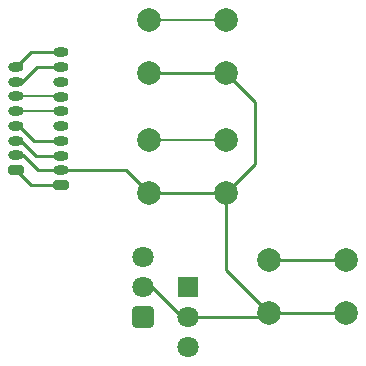
<source format=gbr>
%TF.GenerationSoftware,KiCad,Pcbnew,7.0.9*%
%TF.CreationDate,2023-12-18T23:10:01+09:00*%
%TF.ProjectId,ipad_osd_control,69706164-5f6f-4736-945f-636f6e74726f,1*%
%TF.SameCoordinates,Original*%
%TF.FileFunction,Copper,L2,Bot*%
%TF.FilePolarity,Positive*%
%FSLAX46Y46*%
G04 Gerber Fmt 4.6, Leading zero omitted, Abs format (unit mm)*
G04 Created by KiCad (PCBNEW 7.0.9) date 2023-12-18 23:10:01*
%MOMM*%
%LPD*%
G01*
G04 APERTURE LIST*
G04 Aperture macros list*
%AMRoundRect*
0 Rectangle with rounded corners*
0 $1 Rounding radius*
0 $2 $3 $4 $5 $6 $7 $8 $9 X,Y pos of 4 corners*
0 Add a 4 corners polygon primitive as box body*
4,1,4,$2,$3,$4,$5,$6,$7,$8,$9,$2,$3,0*
0 Add four circle primitives for the rounded corners*
1,1,$1+$1,$2,$3*
1,1,$1+$1,$4,$5*
1,1,$1+$1,$6,$7*
1,1,$1+$1,$8,$9*
0 Add four rect primitives between the rounded corners*
20,1,$1+$1,$2,$3,$4,$5,0*
20,1,$1+$1,$4,$5,$6,$7,0*
20,1,$1+$1,$6,$7,$8,$9,0*
20,1,$1+$1,$8,$9,$2,$3,0*%
G04 Aperture macros list end*
%TA.AperFunction,ComponentPad*%
%ADD10C,2.000000*%
%TD*%
%TA.AperFunction,ComponentPad*%
%ADD11C,1.800000*%
%TD*%
%TA.AperFunction,ComponentPad*%
%ADD12R,1.800000X1.800000*%
%TD*%
%TA.AperFunction,ComponentPad*%
%ADD13O,1.300000X0.800000*%
%TD*%
%TA.AperFunction,ComponentPad*%
%ADD14RoundRect,0.200000X0.450000X-0.200000X0.450000X0.200000X-0.450000X0.200000X-0.450000X-0.200000X0*%
%TD*%
%TA.AperFunction,ComponentPad*%
%ADD15RoundRect,0.248400X0.651600X-0.651600X0.651600X0.651600X-0.651600X0.651600X-0.651600X-0.651600X0*%
%TD*%
%TA.AperFunction,Conductor*%
%ADD16C,0.250000*%
%TD*%
%TA.AperFunction,Conductor*%
%ADD17C,0.200000*%
%TD*%
G04 APERTURE END LIST*
D10*
%TO.P,SW2,2,2*%
%TO.N,/GND*%
X131520000Y-83530000D03*
X125020000Y-83530000D03*
%TO.P,SW2,1,1*%
%TO.N,/VOL+*%
X131520000Y-79030000D03*
X125020000Y-79030000D03*
%TD*%
%TO.P,SW3,1,1*%
%TO.N,/VOL-*%
X125020000Y-89190000D03*
X131520000Y-89190000D03*
%TO.P,SW3,2,2*%
%TO.N,/GND*%
X125020000Y-93690000D03*
X131520000Y-93690000D03*
%TD*%
%TO.P,SW1,1,1*%
%TO.N,/PWR*%
X135180000Y-99350000D03*
X141680000Y-99350000D03*
%TO.P,SW1,2,2*%
%TO.N,/GND*%
X135180000Y-103850000D03*
X141680000Y-103850000D03*
%TD*%
D11*
%TO.P,D1,3,A2*%
%TO.N,/LED_G*%
X128270000Y-106680000D03*
%TO.P,D1,2,K*%
%TO.N,/GND*%
X128270000Y-104140000D03*
D12*
%TO.P,D1,1,A1*%
%TO.N,/LED_R*%
X128270000Y-101600000D03*
%TD*%
D13*
%TO.P,J2,10,Pin_10*%
%TO.N,/LED_R*%
X117576600Y-81756900D03*
%TO.P,J2,9,Pin_9*%
%TO.N,/LED_G*%
X117576600Y-83006900D03*
%TO.P,J2,8,Pin_8*%
%TO.N,unconnected-(J2-Pin_8-Pad8)*%
X117576600Y-84256900D03*
%TO.P,J2,7,Pin_7*%
%TO.N,/VOL-*%
X117576600Y-85506900D03*
%TO.P,J2,6,Pin_6*%
%TO.N,/VOL+*%
X117576600Y-86756900D03*
%TO.P,J2,5,Pin_5*%
%TO.N,unconnected-(J2-Pin_5-Pad5)*%
X117576600Y-88006900D03*
%TO.P,J2,4,Pin_4*%
%TO.N,/PWR*%
X117576600Y-89256900D03*
%TO.P,J2,3,Pin_3*%
%TO.N,/IR*%
X117576600Y-90506900D03*
%TO.P,J2,2,Pin_2*%
%TO.N,/GND*%
X117576600Y-91756900D03*
D14*
%TO.P,J2,1,Pin_1*%
%TO.N,/VCC*%
X117576600Y-93006900D03*
%TD*%
D15*
%TO.P,U1,1,OUT*%
%TO.N,/IR*%
X124460000Y-104140000D03*
D11*
%TO.P,U1,2,GND*%
%TO.N,/GND*%
X124460000Y-101600000D03*
%TO.P,U1,3,Vs*%
%TO.N,/VCC*%
X124460000Y-99060000D03*
%TD*%
D14*
%TO.P,J1,1,Pin_1*%
%TO.N,/VCC*%
X113766600Y-91736900D03*
D13*
%TO.P,J1,2,Pin_2*%
%TO.N,/GND*%
X113766600Y-90486900D03*
%TO.P,J1,3,Pin_3*%
%TO.N,/IR*%
X113766600Y-89236900D03*
%TO.P,J1,4,Pin_4*%
%TO.N,/PWR*%
X113766600Y-87986900D03*
%TO.P,J1,5,Pin_5*%
%TO.N,/VOL+*%
X113766600Y-86736900D03*
%TO.P,J1,6,Pin_6*%
%TO.N,/VOL-*%
X113766600Y-85486900D03*
%TO.P,J1,7,Pin_7*%
%TO.N,/LED_G*%
X113766600Y-84236900D03*
%TO.P,J1,8,Pin_8*%
%TO.N,/LED_R*%
X113766600Y-82986900D03*
%TD*%
D16*
%TO.N,/GND*%
X123086900Y-91756900D02*
X125020000Y-93690000D01*
X117576600Y-91756900D02*
X123086900Y-91756900D01*
X131520000Y-100190000D02*
X131520000Y-93690000D01*
X135180000Y-103850000D02*
X131520000Y-100190000D01*
X134890000Y-104140000D02*
X135180000Y-103850000D01*
X128270000Y-104140000D02*
X134890000Y-104140000D01*
X133985000Y-91225000D02*
X131520000Y-93690000D01*
X133985000Y-85995000D02*
X133985000Y-91225000D01*
X131520000Y-83530000D02*
X133985000Y-85995000D01*
D17*
%TO.N,/VOL+*%
X125020000Y-79030000D02*
X131520000Y-79030000D01*
D16*
%TO.N,/PWR*%
X135180000Y-99350000D02*
X141680000Y-99350000D01*
%TO.N,/GND*%
X125222000Y-101600000D02*
X124460000Y-101600000D01*
X127762000Y-104140000D02*
X125222000Y-101600000D01*
X128270000Y-104140000D02*
X127762000Y-104140000D01*
%TO.N,/LED_G*%
X114281600Y-84236900D02*
X115511600Y-83006900D01*
X113766600Y-84236900D02*
X114281600Y-84236900D01*
X115511600Y-83006900D02*
X117576600Y-83006900D01*
%TO.N,/GND*%
X115552600Y-91756900D02*
X117576600Y-91756900D01*
X114282600Y-90486900D02*
X115552600Y-91756900D01*
X113766600Y-90486900D02*
X114282600Y-90486900D01*
%TO.N,/IR*%
X114165600Y-89236900D02*
X115435600Y-90506900D01*
X115435600Y-90506900D02*
X117576600Y-90506900D01*
X113766600Y-89236900D02*
X114165600Y-89236900D01*
%TO.N,/LED_R*%
X114996600Y-81756900D02*
X117576600Y-81756900D01*
X113766600Y-82986900D02*
X114996600Y-81756900D01*
%TO.N,/GND*%
X131520000Y-83530000D02*
X125020000Y-83530000D01*
X131520000Y-93690000D02*
X125020000Y-93690000D01*
%TO.N,/VCC*%
X113766600Y-91736900D02*
X115036600Y-93006900D01*
X115036600Y-93006900D02*
X117576600Y-93006900D01*
%TO.N,/PWR*%
X113766600Y-87986900D02*
X114016600Y-87986900D01*
%TO.N,/GND*%
X135180000Y-103850000D02*
X141680000Y-103850000D01*
%TO.N,/PWR*%
X114016600Y-87986900D02*
X115286600Y-89256900D01*
X115286600Y-89256900D02*
X117576600Y-89256900D01*
D17*
%TO.N,/VOL+*%
X113766600Y-86736900D02*
X117556600Y-86736900D01*
X117556600Y-86736900D02*
X117576600Y-86756900D01*
%TO.N,/VOL-*%
X125020000Y-89190000D02*
X131520000Y-89190000D01*
X113766600Y-85486900D02*
X117556600Y-85486900D01*
X117556600Y-85486900D02*
X117576600Y-85506900D01*
%TD*%
M02*

</source>
